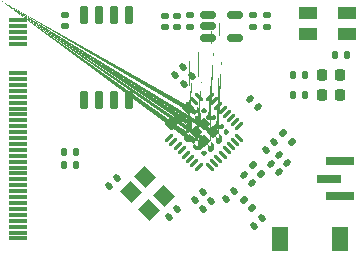
<source format=gbr>
%TF.GenerationSoftware,KiCad,Pcbnew,6.0.7-f9a2dced07~116~ubuntu22.04.1*%
%TF.CreationDate,2022-09-27T00:14:19+08:00*%
%TF.ProjectId,esp32_core_m2,65737033-325f-4636-9f72-655f6d322e6b,rev?*%
%TF.SameCoordinates,Original*%
%TF.FileFunction,Paste,Top*%
%TF.FilePolarity,Positive*%
%FSLAX46Y46*%
G04 Gerber Fmt 4.6, Leading zero omitted, Abs format (unit mm)*
G04 Created by KiCad (PCBNEW 6.0.7-f9a2dced07~116~ubuntu22.04.1) date 2022-09-27 00:14:19*
%MOMM*%
%LPD*%
G01*
G04 APERTURE LIST*
G04 Aperture macros list*
%AMRoundRect*
0 Rectangle with rounded corners*
0 $1 Rounding radius*
0 $2 $3 $4 $5 $6 $7 $8 $9 X,Y pos of 4 corners*
0 Add a 4 corners polygon primitive as box body*
4,1,4,$2,$3,$4,$5,$6,$7,$8,$9,$2,$3,0*
0 Add four circle primitives for the rounded corners*
1,1,$1+$1,$2,$3*
1,1,$1+$1,$4,$5*
1,1,$1+$1,$6,$7*
1,1,$1+$1,$8,$9*
0 Add four rect primitives between the rounded corners*
20,1,$1+$1,$2,$3,$4,$5,0*
20,1,$1+$1,$4,$5,$6,$7,0*
20,1,$1+$1,$6,$7,$8,$9,0*
20,1,$1+$1,$8,$9,$2,$3,0*%
%AMRotRect*
0 Rectangle, with rotation*
0 The origin of the aperture is its center*
0 $1 length*
0 $2 width*
0 $3 Rotation angle, in degrees counterclockwise*
0 Add horizontal line*
21,1,$1,$2,0,0,$3*%
%AMFreePoly0*
4,1,48,0.127555,0.216286,0.145112,0.216286,0.159315,0.205966,0.176016,0.200540,0.186336,0.186336,0.200540,0.176016,0.205966,0.159315,0.216286,0.145112,0.216286,0.127555,0.221712,0.110856,0.221712,-0.110856,0.216286,-0.127555,0.216286,-0.145112,0.205966,-0.159315,0.200540,-0.176016,0.186336,-0.186336,0.176016,-0.200540,0.159315,-0.205966,0.145112,-0.216286,0.127555,-0.216286,
0.110856,-0.221712,0.000473,-0.221713,-0.008034,-0.218949,-0.016868,-0.220346,-0.039997,-0.208562,-0.064687,-0.200540,-0.069943,-0.193304,-0.077915,-0.189243,-0.189243,-0.077915,-0.193304,-0.069943,-0.200540,-0.064687,-0.208562,-0.039997,-0.220346,-0.016868,-0.218949,-0.008034,-0.221713,0.000473,-0.221712,0.110856,-0.216286,0.127555,-0.216286,0.145112,-0.205966,0.159315,-0.200540,0.176016,
-0.186336,0.186336,-0.176016,0.200540,-0.159315,0.205966,-0.145112,0.216286,-0.127555,0.216286,-0.110856,0.221712,0.110856,0.221712,0.127555,0.216286,0.127555,0.216286,$1*%
%AMFreePoly1*
4,1,48,0.127555,0.216286,0.145112,0.216286,0.159315,0.205966,0.176016,0.200540,0.186336,0.186336,0.200540,0.176016,0.205966,0.159315,0.216286,0.145112,0.216286,0.127555,0.221712,0.110856,0.221713,0.000473,0.218949,-0.008034,0.220346,-0.016868,0.208562,-0.039997,0.200540,-0.064687,0.193304,-0.069943,0.189243,-0.077915,0.077915,-0.189243,0.069943,-0.193304,0.064687,-0.200540,
0.039997,-0.208562,0.016868,-0.220346,0.008034,-0.218949,-0.000473,-0.221713,-0.110856,-0.221712,-0.127555,-0.216286,-0.145112,-0.216286,-0.159315,-0.205966,-0.176016,-0.200540,-0.186336,-0.186336,-0.200540,-0.176016,-0.205966,-0.159315,-0.216286,-0.145112,-0.216286,-0.127555,-0.221712,-0.110856,-0.221712,0.110856,-0.216286,0.127555,-0.216286,0.145112,-0.205966,0.159315,-0.200540,0.176016,
-0.186336,0.186336,-0.176016,0.200540,-0.159315,0.205966,-0.145112,0.216286,-0.127555,0.216286,-0.110856,0.221712,0.110856,0.221712,0.127555,0.216286,0.127555,0.216286,$1*%
%AMFreePoly2*
4,1,51,0.238787,0.219373,0.246263,0.220557,0.265836,0.210584,0.286728,0.203796,0.291177,0.197673,0.297922,0.194236,0.375637,0.116521,0.379073,0.109775,0.385197,0.105327,0.391985,0.084434,0.401958,0.064862,0.400774,0.057386,0.403113,0.050188,0.403113,-0.127901,0.398522,-0.142032,0.398522,-0.156891,0.389788,-0.168912,0.385197,-0.183042,0.373177,-0.191776,0.364444,-0.203796,
0.350313,-0.208387,0.338292,-0.217121,0.323433,-0.217121,0.309303,-0.221712,-0.309303,-0.221712,-0.323433,-0.217121,-0.338292,-0.217121,-0.350313,-0.208387,-0.364444,-0.203796,-0.373177,-0.191776,-0.385197,-0.183042,-0.389788,-0.168912,-0.398522,-0.156891,-0.398522,-0.142032,-0.403113,-0.127901,-0.403113,0.050188,-0.400774,0.057386,-0.401958,0.064862,-0.391985,0.084435,-0.385197,0.105327,
-0.379074,0.109776,-0.375637,0.116521,-0.297921,0.194237,-0.291177,0.197672,-0.286728,0.203796,-0.265835,0.210584,-0.246263,0.220557,-0.238787,0.219373,-0.231588,0.221713,0.231588,0.221713,0.238787,0.219373,0.238787,0.219373,$1*%
%AMFreePoly3*
4,1,51,0.323433,0.217121,0.338292,0.217121,0.350313,0.208387,0.364444,0.203796,0.373177,0.191776,0.385197,0.183042,0.389788,0.168912,0.398522,0.156891,0.398522,0.142032,0.403113,0.127901,0.403113,-0.050188,0.400774,-0.057386,0.401958,-0.064862,0.391985,-0.084434,0.385197,-0.105327,0.379073,-0.109775,0.375637,-0.116521,0.297922,-0.194236,0.291177,-0.197673,0.286728,-0.203796,
0.265836,-0.210584,0.246263,-0.220557,0.238787,-0.219373,0.231588,-0.221713,-0.231588,-0.221713,-0.238787,-0.219373,-0.246263,-0.220557,-0.265835,-0.210584,-0.286728,-0.203796,-0.291177,-0.197672,-0.297921,-0.194237,-0.375637,-0.116521,-0.379074,-0.109776,-0.385197,-0.105327,-0.391985,-0.084435,-0.401958,-0.064862,-0.400774,-0.057386,-0.403113,-0.050188,-0.403113,0.127901,-0.398522,0.142032,
-0.398522,0.156891,-0.389788,0.168912,-0.385197,0.183042,-0.373177,0.191776,-0.364444,0.203796,-0.350313,0.208387,-0.338292,0.217121,-0.323433,0.217121,-0.309303,0.221712,0.309303,0.221712,0.323433,0.217121,0.323433,0.217121,$1*%
%AMFreePoly4*
4,1,51,0.142032,0.398522,0.156891,0.398522,0.168912,0.389788,0.183042,0.385197,0.191776,0.373177,0.203796,0.364444,0.208387,0.350313,0.217121,0.338292,0.217121,0.323433,0.221712,0.309303,0.221712,-0.309303,0.217121,-0.323433,0.217121,-0.338292,0.208387,-0.350313,0.203796,-0.364444,0.191776,-0.373177,0.183042,-0.385197,0.168912,-0.389788,0.156891,-0.398522,0.142032,-0.398522,
0.127901,-0.403113,-0.050188,-0.403113,-0.057386,-0.400774,-0.064862,-0.401958,-0.084434,-0.391985,-0.105327,-0.385197,-0.109775,-0.379073,-0.116521,-0.375637,-0.194236,-0.297922,-0.197673,-0.291177,-0.203796,-0.286728,-0.210584,-0.265836,-0.220557,-0.246263,-0.219373,-0.238787,-0.221713,-0.231588,-0.221713,0.231588,-0.219373,0.238787,-0.220557,0.246263,-0.210584,0.265836,-0.203796,0.286728,
-0.197673,0.291177,-0.194236,0.297922,-0.116521,0.375637,-0.109775,0.379073,-0.105327,0.385197,-0.084434,0.391985,-0.064862,0.401958,-0.057386,0.400774,-0.050188,0.403113,0.127901,0.403113,0.142032,0.398522,0.142032,0.398522,$1*%
%AMFreePoly5*
4,1,48,0.127555,0.216286,0.145112,0.216286,0.159315,0.205966,0.176016,0.200540,0.186336,0.186336,0.200540,0.176016,0.205966,0.159315,0.216286,0.145112,0.216286,0.127555,0.221712,0.110856,0.221712,-0.110856,0.216286,-0.127555,0.216286,-0.145112,0.205966,-0.159315,0.200540,-0.176016,0.186336,-0.186336,0.176016,-0.200540,0.159315,-0.205966,0.145112,-0.216286,0.127555,-0.216286,
0.110856,-0.221712,-0.110856,-0.221712,-0.127555,-0.216286,-0.145112,-0.216286,-0.159315,-0.205966,-0.176016,-0.200540,-0.186336,-0.186336,-0.200540,-0.176016,-0.205966,-0.159315,-0.216286,-0.145112,-0.216286,-0.127555,-0.221712,-0.110856,-0.221713,-0.000473,-0.218949,0.008034,-0.220346,0.016868,-0.208562,0.039997,-0.200540,0.064687,-0.193304,0.069943,-0.189243,0.077915,-0.077915,0.189243,
-0.069943,0.193304,-0.064687,0.200540,-0.039997,0.208562,-0.016868,0.220346,-0.008034,0.218949,0.000473,0.221713,0.110856,0.221712,0.127555,0.216286,0.127555,0.216286,$1*%
%AMFreePoly6*
4,1,51,0.057386,0.400774,0.064862,0.401958,0.084435,0.391985,0.105327,0.385197,0.109776,0.379074,0.116521,0.375637,0.194237,0.297921,0.197672,0.291177,0.203796,0.286728,0.210584,0.265835,0.220557,0.246263,0.219373,0.238787,0.221713,0.231588,0.221713,-0.231588,0.219373,-0.238787,0.220557,-0.246263,0.210584,-0.265835,0.203796,-0.286728,0.197672,-0.291177,0.194237,-0.297921,
0.116521,-0.375637,0.109776,-0.379074,0.105327,-0.385197,0.084435,-0.391985,0.064862,-0.401958,0.057386,-0.400774,0.050188,-0.403113,-0.127901,-0.403113,-0.142032,-0.398522,-0.156891,-0.398522,-0.168912,-0.389788,-0.183042,-0.385197,-0.191776,-0.373177,-0.203796,-0.364444,-0.208387,-0.350313,-0.217121,-0.338292,-0.217121,-0.323433,-0.221712,-0.309303,-0.221712,0.309303,-0.217121,0.323433,
-0.217121,0.338292,-0.208387,0.350313,-0.203796,0.364444,-0.191776,0.373177,-0.183042,0.385197,-0.168912,0.389788,-0.156891,0.398522,-0.142032,0.398522,-0.127901,0.403113,0.050188,0.403113,0.057386,0.400774,0.057386,0.400774,$1*%
%AMFreePoly7*
4,1,48,0.008034,0.218949,0.016868,0.220346,0.039997,0.208562,0.064687,0.200540,0.069943,0.193304,0.077915,0.189243,0.189243,0.077915,0.193304,0.069943,0.200540,0.064687,0.208562,0.039997,0.220346,0.016868,0.218949,0.008034,0.221713,-0.000473,0.221712,-0.110856,0.216286,-0.127555,0.216286,-0.145112,0.205966,-0.159315,0.200540,-0.176016,0.186336,-0.186336,0.176016,-0.200540,
0.159315,-0.205966,0.145112,-0.216286,0.127555,-0.216286,0.110856,-0.221712,-0.110856,-0.221712,-0.127555,-0.216286,-0.145112,-0.216286,-0.159315,-0.205966,-0.176016,-0.200540,-0.186336,-0.186336,-0.200540,-0.176016,-0.205966,-0.159315,-0.216286,-0.145112,-0.216286,-0.127555,-0.221712,-0.110856,-0.221712,0.110856,-0.216286,0.127555,-0.216286,0.145112,-0.205966,0.159315,-0.200540,0.176016,
-0.186336,0.186336,-0.176016,0.200540,-0.159315,0.205966,-0.145112,0.216286,-0.127555,0.216286,-0.110856,0.221712,-0.000473,0.221713,0.008034,0.218949,0.008034,0.218949,$1*%
G04 Aperture macros list end*
%ADD10RoundRect,0.218750X-0.218750X-0.256250X0.218750X-0.256250X0.218750X0.256250X-0.218750X0.256250X0*%
%ADD11RoundRect,0.140000X-0.219203X-0.021213X-0.021213X-0.219203X0.219203X0.021213X0.021213X0.219203X0*%
%ADD12RoundRect,0.135000X-0.135000X-0.185000X0.135000X-0.185000X0.135000X0.185000X-0.135000X0.185000X0*%
%ADD13RoundRect,0.140000X0.219203X0.021213X0.021213X0.219203X-0.219203X-0.021213X-0.021213X-0.219203X0*%
%ADD14RoundRect,0.140000X-0.170000X0.140000X-0.170000X-0.140000X0.170000X-0.140000X0.170000X0.140000X0*%
%ADD15RoundRect,0.140000X-0.021213X0.219203X-0.219203X0.021213X0.021213X-0.219203X0.219203X-0.021213X0*%
%ADD16RoundRect,0.140000X0.021213X-0.219203X0.219203X-0.021213X-0.021213X0.219203X-0.219203X0.021213X0*%
%ADD17RoundRect,0.135000X-0.226274X-0.035355X-0.035355X-0.226274X0.226274X0.035355X0.035355X0.226274X0*%
%ADD18FreePoly0,135.000000*%
%ADD19RoundRect,0.201557X0.285043X0.000000X0.000000X0.285043X-0.285043X0.000000X0.000000X-0.285043X0*%
%ADD20FreePoly1,135.000000*%
%ADD21FreePoly2,135.000000*%
%ADD22FreePoly3,135.000000*%
%ADD23FreePoly4,135.000000*%
%ADD24FreePoly5,135.000000*%
%ADD25FreePoly6,135.000000*%
%ADD26FreePoly7,135.000000*%
%ADD27RoundRect,0.062500X0.309359X-0.220971X-0.220971X0.309359X-0.309359X0.220971X0.220971X-0.309359X0*%
%ADD28RoundRect,0.062500X0.309359X0.220971X0.220971X0.309359X-0.309359X-0.220971X-0.220971X-0.309359X0*%
%ADD29R,1.400000X2.000000*%
%ADD30R,2.000000X0.800000*%
%ADD31R,2.400000X0.800000*%
%ADD32RoundRect,0.135000X0.226274X0.035355X0.035355X0.226274X-0.226274X-0.035355X-0.035355X-0.226274X0*%
%ADD33RoundRect,0.150000X0.150000X-0.650000X0.150000X0.650000X-0.150000X0.650000X-0.150000X-0.650000X0*%
%ADD34RoundRect,0.150000X-0.512500X-0.150000X0.512500X-0.150000X0.512500X0.150000X-0.512500X0.150000X0*%
%ADD35R,1.550000X1.000000*%
%ADD36RoundRect,0.140000X-0.140000X-0.170000X0.140000X-0.170000X0.140000X0.170000X-0.140000X0.170000X0*%
%ADD37RoundRect,0.135000X-0.185000X0.135000X-0.185000X-0.135000X0.185000X-0.135000X0.185000X0.135000X0*%
%ADD38R,1.600000X0.350000*%
%ADD39RotRect,1.400000X1.200000X135.000000*%
G04 APERTURE END LIST*
D10*
%TO.C,D2*%
X102260300Y-66497200D03*
X103835300Y-66497200D03*
%TD*%
%TO.C,D1*%
X102285700Y-68249800D03*
X103860700Y-68249800D03*
%TD*%
D11*
%TO.C,C12*%
X96231389Y-68596189D03*
X96910211Y-69275011D03*
%TD*%
D12*
%TO.C,R5*%
X99822000Y-68249800D03*
X100842000Y-68249800D03*
%TD*%
D13*
%TO.C,C5*%
X99374011Y-73974011D03*
X98695189Y-73295189D03*
%TD*%
D14*
%TO.C,C4*%
X96413210Y-61470600D03*
X96413210Y-62430600D03*
%TD*%
D15*
%TO.C,C13*%
X90001411Y-77892589D03*
X89322589Y-78571411D03*
%TD*%
D16*
%TO.C,C11*%
X91516200Y-77089000D03*
X92195022Y-76410178D03*
%TD*%
%TO.C,C15*%
X89840086Y-66512231D03*
X90518908Y-65833409D03*
%TD*%
%TO.C,C6*%
X96541213Y-79313035D03*
X97220035Y-78634213D03*
%TD*%
D14*
%TO.C,C18*%
X80568800Y-61429819D03*
X80568800Y-62389819D03*
%TD*%
D17*
%TO.C,R2*%
X99029576Y-71470576D03*
X99750824Y-72191824D03*
%TD*%
D18*
%TO.C,U2*%
X90525878Y-71374000D03*
D19*
X92329000Y-70666893D03*
D20*
X92329000Y-73177122D03*
D21*
X92877008Y-70118885D03*
D22*
X91780992Y-72629115D03*
X91073885Y-71922008D03*
D23*
X91073885Y-70825992D03*
X91780992Y-70118885D03*
D24*
X92329000Y-69570878D03*
D21*
X93584115Y-70825992D03*
D25*
X93584115Y-71922008D03*
D19*
X92329000Y-72081107D03*
D25*
X92877008Y-72629115D03*
D19*
X93036107Y-71374000D03*
X91621893Y-71374000D03*
D26*
X94132122Y-71374000D03*
D27*
X92815136Y-74335010D03*
X93168689Y-73981456D03*
X93522243Y-73627903D03*
X93875796Y-73274349D03*
X94229349Y-72920796D03*
X94582903Y-72567243D03*
X94936456Y-72213689D03*
X95290010Y-71860136D03*
D28*
X95290010Y-70887864D03*
X94936456Y-70534311D03*
X94582903Y-70180757D03*
X94229349Y-69827204D03*
X93875796Y-69473651D03*
X93522243Y-69120097D03*
X93168689Y-68766544D03*
X92815136Y-68412990D03*
D27*
X91842864Y-68412990D03*
X91489311Y-68766544D03*
X91135757Y-69120097D03*
X90782204Y-69473651D03*
X90428651Y-69827204D03*
X90075097Y-70180757D03*
X89721544Y-70534311D03*
X89367990Y-70887864D03*
D28*
X89367990Y-71860136D03*
X89721544Y-72213689D03*
X90075097Y-72567243D03*
X90428651Y-72920796D03*
X90782204Y-73274349D03*
X91135757Y-73627903D03*
X91489311Y-73981456D03*
X91842864Y-74335010D03*
%TD*%
D12*
%TO.C,R6*%
X99845400Y-66497200D03*
X100865400Y-66497200D03*
%TD*%
D14*
%TO.C,C3*%
X97663000Y-61470600D03*
X97663000Y-62430600D03*
%TD*%
D12*
%TO.C,R4*%
X80439800Y-73050400D03*
X81459800Y-73050400D03*
%TD*%
D29*
%TO.C,U3*%
X98701000Y-80423000D03*
X103801000Y-80423000D03*
%TD*%
D16*
%TO.C,C17*%
X97577589Y-72907211D03*
X98256411Y-72228389D03*
%TD*%
D14*
%TO.C,C2*%
X90017600Y-61521400D03*
X90017600Y-62481400D03*
%TD*%
D11*
%TO.C,C9*%
X95672589Y-74971589D03*
X96351411Y-75650411D03*
%TD*%
D30*
%TO.C,U5*%
X102852000Y-75311000D03*
D31*
X103852000Y-76811000D03*
X103852000Y-73811000D03*
%TD*%
D13*
%TO.C,C7*%
X98637411Y-74786811D03*
X97958589Y-74107989D03*
%TD*%
D12*
%TO.C,R3*%
X80414400Y-74193400D03*
X81434400Y-74193400D03*
%TD*%
D32*
%TO.C,L2*%
X97134624Y-74909624D03*
X96413376Y-74188376D03*
%TD*%
D33*
%TO.C,U4*%
X82143600Y-68649400D03*
X83413600Y-68649400D03*
X84683600Y-68649400D03*
X85953600Y-68649400D03*
X85953600Y-61449400D03*
X84683600Y-61449400D03*
X83413600Y-61449400D03*
X82143600Y-61449400D03*
%TD*%
D34*
%TO.C,U1*%
X92668038Y-61473004D03*
X92668038Y-62423004D03*
X92668038Y-63373004D03*
X94943038Y-63373004D03*
X94943038Y-61473004D03*
%TD*%
D35*
%TO.C,U6*%
X104380500Y-63074550D03*
X104380500Y-61294550D03*
X101105500Y-61294550D03*
X101105500Y-63074550D03*
%TD*%
D16*
%TO.C,C10*%
X92243589Y-77911011D03*
X92922411Y-77232189D03*
%TD*%
D32*
%TO.C,L1*%
X96372624Y-77830624D03*
X95651376Y-77109376D03*
%TD*%
D15*
%TO.C,C8*%
X94827411Y-76348213D03*
X94148589Y-77027035D03*
%TD*%
D36*
%TO.C,C19*%
X103431400Y-64820800D03*
X104391400Y-64820800D03*
%TD*%
D16*
%TO.C,C16*%
X90592589Y-67268411D03*
X91271411Y-66589589D03*
%TD*%
D37*
%TO.C,R1*%
X91109800Y-61491400D03*
X91109800Y-62511400D03*
%TD*%
D15*
%TO.C,C14*%
X84978911Y-75263519D03*
X84300089Y-75942341D03*
%TD*%
D38*
%TO.C,J1*%
X76568300Y-80370000D03*
X76568300Y-79870000D03*
X76568300Y-79370000D03*
X76568300Y-78870000D03*
X76568300Y-78370000D03*
X76568300Y-77870000D03*
X76568300Y-77370000D03*
X76568300Y-76870000D03*
X76568300Y-76370000D03*
X76568300Y-75870000D03*
X76568300Y-75370000D03*
X76568300Y-74870000D03*
X76568300Y-74370000D03*
X76568300Y-73870000D03*
X76568300Y-73370000D03*
X76568300Y-72870000D03*
X76568300Y-72370000D03*
X76568300Y-71870000D03*
X76568300Y-71370000D03*
X76568300Y-70870000D03*
X76568300Y-70370000D03*
X76568300Y-69870000D03*
X76568300Y-69370000D03*
X76568300Y-68870000D03*
X76568300Y-68370000D03*
X76568300Y-67870000D03*
X76568300Y-67370000D03*
X76568300Y-66870000D03*
X76568300Y-66370000D03*
X76568300Y-63870000D03*
X76568300Y-63370000D03*
X76568300Y-62870000D03*
X76568300Y-62370000D03*
X76568300Y-61870000D03*
%TD*%
D39*
%TO.C,Y1*%
X88881858Y-76757777D03*
X87326223Y-75202142D03*
X86124142Y-76404223D03*
X87679777Y-77959858D03*
%TD*%
D14*
%TO.C,C1*%
X88976200Y-61521400D03*
X88976200Y-62481400D03*
%TD*%
M02*

</source>
